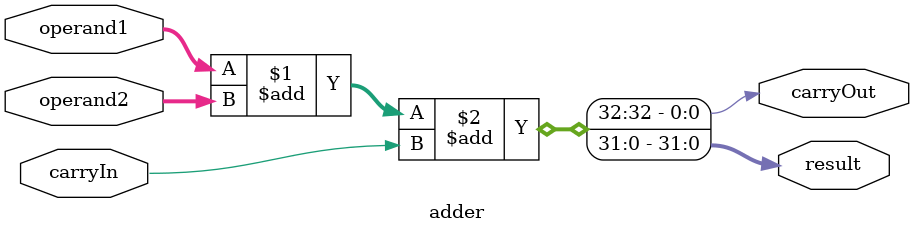
<source format=sv>
module adder #(n = 32)
	(input logic [n - 1:0] operand1, operand2,
	 input logic carryIn,
	 output logic carryOut,
	 output logic [n-1:0] result);
	 
	
	assign {carryOut, result } = operand1 + operand2 + carryIn;
	 
endmodule 
</source>
